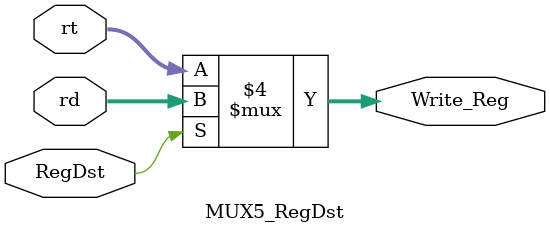
<source format=v>
`timescale 1ns / 1ps

module MUX5_RegDst(
    input [4:0] rt, rd,
    input RegDst,
    output reg [4:0] Write_Reg
    );
    always @(RegDst or rt or rd) begin
        if (RegDst == 1) Write_Reg = rd;
        else Write_Reg = rt;
    end
endmodule

</source>
